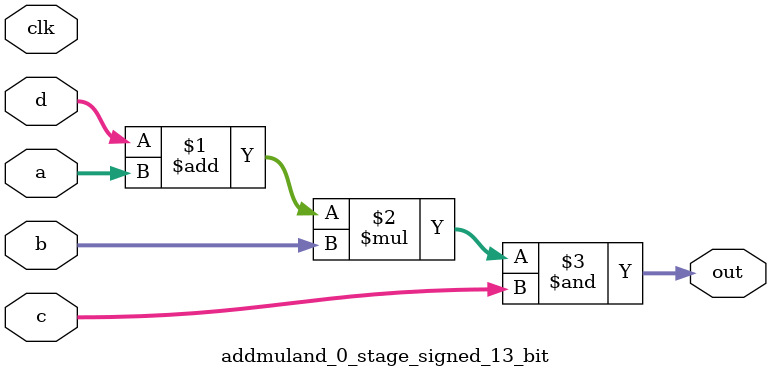
<source format=sv>
(* use_dsp = "yes" *) module addmuland_0_stage_signed_13_bit(
	input signed [12:0] a,
	input signed [12:0] b,
	input signed [12:0] c,
	input signed [12:0] d,
	output [12:0] out,
	input clk);

	assign out = ((d + a) * b) & c;
endmodule

</source>
